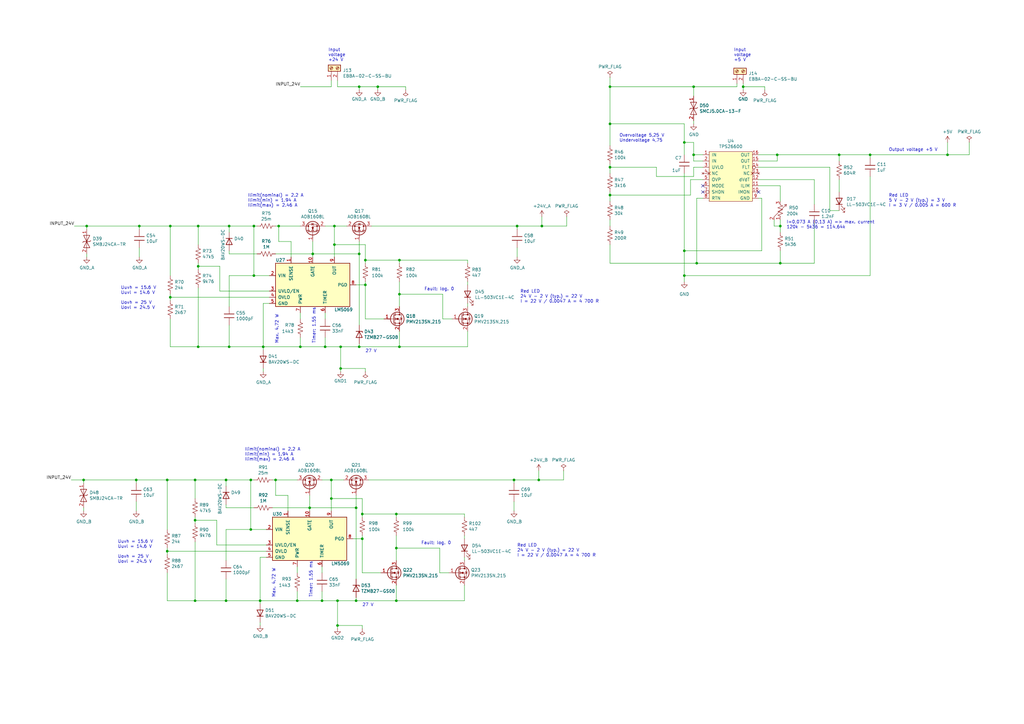
<source format=kicad_sch>
(kicad_sch (version 20230121) (generator eeschema)
  (paper "A3")
  (title_block (title "Power supply") (date "2023-07-15") (rev "v2.0") (company "Roman Labovsky (roman-labovsky.cz)"))
  (junction (at 320.04 92.71))
  (junction (at 388.62 63.5))
  (junction (at 93.98 92.71))
  (junction (at 250.19 68.58))
  (junction (at 69.85 92.71))
  (junction (at 250.19 35.56))
  (junction (at 80.01 196.85))
  (junction (at 285.75 107.95))
  (junction (at 163.83 120.65))
  (junction (at 138.43 256.54))
  (junction (at 34.29 196.85))
  (junction (at 81.28 92.71))
  (junction (at 162.56 246.38))
  (junction (at 81.28 142.24))
  (junction (at 344.17 63.5))
  (junction (at 104.14 113.03))
  (junction (at 222.25 92.71))
  (junction (at 102.87 217.17))
  (junction (at 162.56 210.82))
  (junction (at 133.35 142.24))
  (junction (at 138.43 246.38))
  (junction (at 284.48 35.56))
  (junction (at 104.14 92.71))
  (junction (at 149.86 106.68))
  (junction (at 320.04 107.95))
  (junction (at 147.32 35.56))
  (junction (at 107.95 142.24))
  (junction (at 318.77 63.5))
  (junction (at 132.08 246.38))
  (junction (at 280.67 113.03))
  (junction (at 135.89 196.85))
  (junction (at 280.67 58.42))
  (junction (at 147.32 104.14))
  (junction (at 162.56 224.79))
  (junction (at 210.82 196.85))
  (junction (at 139.7 151.13))
  (junction (at 93.98 142.24))
  (junction (at 57.15 92.71))
  (junction (at 121.92 246.38))
  (junction (at 135.89 204.47))
  (junction (at 163.83 106.68))
  (junction (at 80.01 213.36))
  (junction (at 280.67 102.87))
  (junction (at 146.05 208.28))
  (junction (at 148.59 210.82))
  (junction (at 92.71 246.38))
  (junction (at 139.7 142.24))
  (junction (at 80.01 246.38))
  (junction (at 220.98 196.85))
  (junction (at 154.94 35.56))
  (junction (at 146.05 246.38))
  (junction (at 114.3 92.71))
  (junction (at 35.56 92.71))
  (junction (at 106.68 246.38))
  (junction (at 356.87 63.5))
  (junction (at 250.19 80.01))
  (junction (at 68.58 226.06))
  (junction (at 284.48 63.5))
  (junction (at 55.88 196.85))
  (junction (at 212.09 92.71))
  (junction (at 148.59 220.98))
  (junction (at 304.8 35.56))
  (junction (at 123.19 142.24))
  (junction (at 137.16 92.71))
  (junction (at 92.71 196.85))
  (junction (at 113.03 196.85))
  (junction (at 147.32 142.24))
  (junction (at 127 208.28))
  (junction (at 81.28 109.22))
  (junction (at 149.86 116.84))
  (junction (at 128.27 104.14))
  (junction (at 250.19 50.8))
  (junction (at 69.85 121.92))
  (junction (at 102.87 196.85))
  (junction (at 163.83 142.24))
  (junction (at 68.58 196.85))
  (junction (at 137.16 100.33))
  (no_connect (at 311.15 78.74))
  (no_connect (at 288.29 76.2))
  (no_connect (at 288.29 78.74))
  (wire (pts (xy 288.29 63.5) (xy 284.48 63.5)))
  (wire (pts (xy 356.87 72.39) (xy 356.87 113.03)))
  (wire (pts (xy 106.68 246.38) (xy 106.68 228.6)))
  (wire (pts (xy 102.87 196.85) (xy 102.87 217.17)))
  (wire (pts (xy 318.77 63.5) (xy 311.15 63.5)))
  (wire (pts (xy 146.05 246.38) (xy 162.56 246.38)))
  (wire (pts (xy 109.22 217.17) (xy 102.87 217.17)))
  (wire (pts (xy 68.58 226.06) (xy 109.22 226.06)))
  (wire (pts (xy 191.77 125.73) (xy 191.77 124.46)))
  (wire (pts (xy 280.67 102.87) (xy 280.67 113.03)))
  (wire (pts (xy 149.86 130.81) (xy 157.48 130.81)))
  (wire (pts (xy 110.49 119.38) (xy 90.17 119.38)))
  (wire (pts (xy 190.5 210.82) (xy 190.5 212.09)))
  (wire (pts (xy 119.38 99.06) (xy 114.3 99.06)))
  (wire (pts (xy 149.86 152.4) (xy 149.86 151.13)))
  (wire (pts (xy 139.7 142.24) (xy 147.32 142.24)))
  (wire (pts (xy 146.05 245.11) (xy 146.05 246.38)))
  (wire (pts (xy 121.92 246.38) (xy 121.92 242.57)))
  (wire (pts (xy 280.67 50.8) (xy 280.67 58.42)))
  (wire (pts (xy 220.98 193.04) (xy 220.98 196.85)))
  (wire (pts (xy 137.16 105.41) (xy 137.16 100.33)))
  (wire (pts (xy 80.01 204.47) (xy 80.01 196.85)))
  (wire (pts (xy 320.04 102.87) (xy 320.04 107.95)))
  (wire (pts (xy 250.19 107.95) (xy 285.75 107.95)))
  (wire (pts (xy 114.3 99.06) (xy 114.3 92.71)))
  (wire (pts (xy 68.58 226.06) (xy 68.58 224.79)))
  (wire (pts (xy 81.28 100.33) (xy 81.28 92.71)))
  (wire (pts (xy 93.98 133.35) (xy 93.98 142.24)))
  (wire (pts (xy 340.36 86.36) (xy 340.36 68.58)))
  (wire (pts (xy 57.15 92.71) (xy 69.85 92.71)))
  (wire (pts (xy 162.56 210.82) (xy 190.5 210.82)))
  (wire (pts (xy 163.83 125.73) (xy 163.83 120.65)))
  (wire (pts (xy 102.87 217.17) (xy 92.71 217.17)))
  (wire (pts (xy 102.87 196.85) (xy 104.14 196.85)))
  (wire (pts (xy 127 203.2) (xy 127 208.28)))
  (wire (pts (xy 127 209.55) (xy 127 208.28)))
  (wire (pts (xy 128.27 99.06) (xy 128.27 104.14)))
  (wire (pts (xy 93.98 95.25) (xy 93.98 92.71)))
  (wire (pts (xy 35.56 93.98) (xy 35.56 92.71)))
  (wire (pts (xy 250.19 50.8) (xy 280.67 50.8)))
  (wire (pts (xy 119.38 105.41) (xy 119.38 99.06)))
  (wire (pts (xy 81.28 118.11) (xy 81.28 142.24)))
  (wire (pts (xy 190.5 229.87) (xy 190.5 228.6)))
  (wire (pts (xy 340.36 68.58) (xy 311.15 68.58)))
  (wire (pts (xy 69.85 113.03) (xy 69.85 92.71)))
  (wire (pts (xy 317.5 92.71) (xy 320.04 92.71)))
  (wire (pts (xy 210.82 198.12) (xy 210.82 196.85)))
  (wire (pts (xy 356.87 113.03) (xy 280.67 113.03)))
  (wire (pts (xy 146.05 116.84) (xy 149.86 116.84)))
  (wire (pts (xy 30.48 92.71) (xy 35.56 92.71)))
  (wire (pts (xy 104.14 92.71) (xy 104.14 113.03)))
  (wire (pts (xy 133.35 142.24) (xy 133.35 138.43)))
  (wire (pts (xy 154.94 36.83) (xy 154.94 35.56)))
  (wire (pts (xy 320.04 90.17) (xy 320.04 92.71)))
  (wire (pts (xy 163.83 106.68) (xy 191.77 106.68)))
  (wire (pts (xy 147.32 133.35) (xy 147.32 104.14)))
  (wire (pts (xy 162.56 229.87) (xy 162.56 224.79)))
  (wire (pts (xy 106.68 246.38) (xy 121.92 246.38)))
  (wire (pts (xy 285.75 107.95) (xy 320.04 107.95)))
  (wire (pts (xy 92.71 237.49) (xy 92.71 246.38)))
  (wire (pts (xy 284.48 63.5) (xy 284.48 58.42)))
  (wire (pts (xy 148.59 210.82) (xy 148.59 204.47)))
  (wire (pts (xy 311.15 81.28) (xy 312.42 81.28)))
  (wire (pts (xy 280.67 71.12) (xy 280.67 102.87)))
  (wire (pts (xy 185.42 130.81) (xy 181.61 130.81)))
  (wire (pts (xy 132.08 246.38) (xy 132.08 242.57)))
  (wire (pts (xy 55.88 196.85) (xy 68.58 196.85)))
  (wire (pts (xy 147.32 142.24) (xy 163.83 142.24)))
  (wire (pts (xy 81.28 92.71) (xy 93.98 92.71)))
  (wire (pts (xy 128.27 105.41) (xy 128.27 104.14)))
  (wire (pts (xy 147.32 35.56) (xy 147.32 36.83)))
  (wire (pts (xy 92.71 208.28) (xy 92.71 207.01)))
  (wire (pts (xy 69.85 121.92) (xy 110.49 121.92)))
  (wire (pts (xy 81.28 107.95) (xy 81.28 109.22)))
  (wire (pts (xy 139.7 152.4) (xy 139.7 151.13)))
  (wire (pts (xy 285.75 81.28) (xy 285.75 107.95)))
  (wire (pts (xy 250.19 35.56) (xy 284.48 35.56)))
  (wire (pts (xy 92.71 246.38) (xy 106.68 246.38)))
  (wire (pts (xy 311.15 76.2) (xy 320.04 76.2)))
  (wire (pts (xy 123.19 142.24) (xy 133.35 142.24)))
  (wire (pts (xy 304.8 35.56) (xy 304.8 36.83)))
  (wire (pts (xy 146.05 203.2) (xy 146.05 208.28)))
  (wire (pts (xy 284.48 68.58) (xy 288.29 68.58)))
  (wire (pts (xy 69.85 123.19) (xy 69.85 121.92)))
  (wire (pts (xy 149.86 116.84) (xy 149.86 130.81)))
  (wire (pts (xy 88.9 223.52) (xy 88.9 213.36)))
  (wire (pts (xy 107.95 143.51) (xy 107.95 142.24)))
  (wire (pts (xy 288.29 73.66) (xy 283.21 73.66)))
  (wire (pts (xy 68.58 217.17) (xy 68.58 196.85)))
  (wire (pts (xy 149.86 106.68) (xy 163.83 106.68)))
  (wire (pts (xy 162.56 246.38) (xy 190.5 246.38)))
  (wire (pts (xy 133.35 142.24) (xy 139.7 142.24)))
  (wire (pts (xy 250.19 35.56) (xy 250.19 31.75)))
  (wire (pts (xy 138.43 256.54) (xy 138.43 246.38)))
  (wire (pts (xy 162.56 224.79) (xy 162.56 219.71)))
  (wire (pts (xy 148.59 210.82) (xy 162.56 210.82)))
  (wire (pts (xy 320.04 92.71) (xy 320.04 95.25)))
  (wire (pts (xy 80.01 246.38) (xy 92.71 246.38)))
  (wire (pts (xy 144.78 220.98) (xy 148.59 220.98)))
  (wire (pts (xy 334.01 91.44) (xy 334.01 107.95)))
  (wire (pts (xy 34.29 209.55) (xy 34.29 208.28)))
  (wire (pts (xy 68.58 196.85) (xy 80.01 196.85)))
  (wire (pts (xy 127 208.28) (xy 111.76 208.28)))
  (wire (pts (xy 344.17 86.36) (xy 340.36 86.36)))
  (wire (pts (xy 80.01 222.25) (xy 80.01 246.38)))
  (wire (pts (xy 250.19 59.69) (xy 250.19 50.8)))
  (wire (pts (xy 92.71 229.87) (xy 92.71 217.17)))
  (wire (pts (xy 320.04 107.95) (xy 334.01 107.95)))
  (wire (pts (xy 55.88 198.12) (xy 55.88 196.85)))
  (wire (pts (xy 232.41 92.71) (xy 232.41 88.9)))
  (wire (pts (xy 113.03 203.2) (xy 113.03 196.85)))
  (wire (pts (xy 147.32 140.97) (xy 147.32 142.24)))
  (wire (pts (xy 317.5 90.17) (xy 317.5 92.71)))
  (wire (pts (xy 212.09 92.71) (xy 222.25 92.71)))
  (wire (pts (xy 318.77 63.5) (xy 344.17 63.5)))
  (wire (pts (xy 184.15 234.95) (xy 180.34 234.95)))
  (wire (pts (xy 133.35 92.71) (xy 137.16 92.71)))
  (wire (pts (xy 269.24 68.58) (xy 269.24 72.39)))
  (wire (pts (xy 269.24 72.39) (xy 284.48 72.39)))
  (wire (pts (xy 162.56 224.79) (xy 180.34 224.79)))
  (wire (pts (xy 118.11 203.2) (xy 113.03 203.2)))
  (wire (pts (xy 280.67 113.03) (xy 280.67 115.57)))
  (wire (pts (xy 107.95 152.4) (xy 107.95 151.13)))
  (wire (pts (xy 166.37 35.56) (xy 166.37 36.83)))
  (wire (pts (xy 121.92 234.95) (xy 121.92 232.41)))
  (wire (pts (xy 132.08 234.95) (xy 132.08 232.41)))
  (wire (pts (xy 222.25 92.71) (xy 232.41 92.71)))
  (wire (pts (xy 163.83 120.65) (xy 181.61 120.65)))
  (wire (pts (xy 104.14 113.03) (xy 110.49 113.03)))
  (wire (pts (xy 81.28 142.24) (xy 93.98 142.24)))
  (wire (pts (xy 250.19 80.01) (xy 250.19 82.55)))
  (wire (pts (xy 137.16 100.33) (xy 149.86 100.33)))
  (wire (pts (xy 151.13 196.85) (xy 210.82 196.85)))
  (wire (pts (xy 149.86 106.68) (xy 149.86 100.33)))
  (wire (pts (xy 138.43 33.02) (xy 138.43 35.56)))
  (wire (pts (xy 69.85 92.71) (xy 81.28 92.71)))
  (wire (pts (xy 104.14 208.28) (xy 92.71 208.28)))
  (wire (pts (xy 312.42 81.28) (xy 312.42 102.87)))
  (wire (pts (xy 111.76 196.85) (xy 113.03 196.85)))
  (wire (pts (xy 163.83 135.89) (xy 163.83 142.24)))
  (wire (pts (xy 114.3 92.71) (xy 123.19 92.71)))
  (wire (pts (xy 92.71 199.39) (xy 92.71 196.85)))
  (wire (pts (xy 132.08 246.38) (xy 138.43 246.38)))
  (wire (pts (xy 128.27 104.14) (xy 147.32 104.14)))
  (wire (pts (xy 147.32 99.06) (xy 147.32 104.14)))
  (wire (pts (xy 104.14 92.71) (xy 105.41 92.71)))
  (wire (pts (xy 288.29 81.28) (xy 285.75 81.28)))
  (wire (pts (xy 250.19 68.58) (xy 269.24 68.58)))
  (wire (pts (xy 284.48 72.39) (xy 284.48 68.58)))
  (wire (pts (xy 148.59 256.54) (xy 138.43 256.54)))
  (wire (pts (xy 135.89 204.47) (xy 148.59 204.47)))
  (wire (pts (xy 80.01 213.36) (xy 80.01 214.63)))
  (wire (pts (xy 397.51 63.5) (xy 397.51 58.42)))
  (wire (pts (xy 280.67 58.42) (xy 280.67 63.5)))
  (wire (pts (xy 148.59 219.71) (xy 148.59 220.98)))
  (wire (pts (xy 284.48 66.04) (xy 284.48 63.5)))
  (wire (pts (xy 35.56 92.71) (xy 57.15 92.71)))
  (wire (pts (xy 118.11 209.55) (xy 118.11 203.2)))
  (wire (pts (xy 388.62 63.5) (xy 388.62 58.42)))
  (wire (pts (xy 250.19 80.01) (xy 283.21 80.01)))
  (wire (pts (xy 102.87 196.85) (xy 92.71 196.85)))
  (wire (pts (xy 212.09 105.41) (xy 212.09 101.6)))
  (wire (pts (xy 137.16 92.71) (xy 142.24 92.71)))
  (wire (pts (xy 149.86 151.13) (xy 139.7 151.13)))
  (wire (pts (xy 105.41 104.14) (xy 93.98 104.14)))
  (wire (pts (xy 81.28 109.22) (xy 81.28 110.49)))
  (wire (pts (xy 191.77 116.84) (xy 191.77 115.57)))
  (wire (pts (xy 163.83 107.95) (xy 163.83 106.68)))
  (wire (pts (xy 146.05 237.49) (xy 146.05 208.28)))
  (wire (pts (xy 210.82 196.85) (xy 220.98 196.85)))
  (wire (pts (xy 318.77 63.5) (xy 318.77 66.04)))
  (wire (pts (xy 334.01 73.66) (xy 334.01 83.82)))
  (wire (pts (xy 162.56 240.03) (xy 162.56 246.38)))
  (wire (pts (xy 104.14 92.71) (xy 93.98 92.71)))
  (wire (pts (xy 123.19 35.56) (xy 135.89 35.56)))
  (wire (pts (xy 250.19 90.17) (xy 250.19 92.71)))
  (wire (pts (xy 123.19 142.24) (xy 123.19 138.43)))
  (wire (pts (xy 80.01 212.09) (xy 80.01 213.36)))
  (wire (pts (xy 284.48 58.42) (xy 280.67 58.42)))
  (wire (pts (xy 68.58 227.33) (xy 68.58 226.06)))
  (wire (pts (xy 135.89 33.02) (xy 135.89 35.56)))
  (wire (pts (xy 191.77 106.68) (xy 191.77 107.95)))
  (wire (pts (xy 132.08 196.85) (xy 135.89 196.85)))
  (wire (pts (xy 106.68 228.6) (xy 109.22 228.6)))
  (wire (pts (xy 128.27 104.14) (xy 113.03 104.14)))
  (wire (pts (xy 190.5 246.38) (xy 190.5 240.03)))
  (wire (pts (xy 93.98 104.14) (xy 93.98 102.87)))
  (wire (pts (xy 311.15 73.66) (xy 334.01 73.66)))
  (wire (pts (xy 135.89 209.55) (xy 135.89 204.47)))
  (wire (pts (xy 220.98 196.85) (xy 231.14 196.85)))
  (wire (pts (xy 149.86 115.57) (xy 149.86 116.84)))
  (wire (pts (xy 34.29 198.12) (xy 34.29 196.85)))
  (wire (pts (xy 162.56 212.09) (xy 162.56 210.82)))
  (wire (pts (xy 147.32 35.56) (xy 154.94 35.56)))
  (wire (pts (xy 123.19 130.81) (xy 123.19 128.27)))
  (wire (pts (xy 113.03 196.85) (xy 121.92 196.85)))
  (wire (pts (xy 181.61 120.65) (xy 181.61 130.81)))
  (wire (pts (xy 69.85 142.24) (xy 81.28 142.24)))
  (wire (pts (xy 148.59 210.82) (xy 148.59 212.09)))
  (wire (pts (xy 106.68 256.54) (xy 106.68 255.27)))
  (wire (pts (xy 88.9 213.36) (xy 80.01 213.36)))
  (wire (pts (xy 148.59 257.81) (xy 148.59 256.54)))
  (wire (pts (xy 250.19 107.95) (xy 250.19 100.33)))
  (wire (pts (xy 304.8 34.29) (xy 304.8 35.56)))
  (wire (pts (xy 68.58 234.95) (xy 68.58 246.38)))
  (wire (pts (xy 284.48 35.56) (xy 302.26 35.56)))
  (wire (pts (xy 148.59 220.98) (xy 148.59 234.95)))
  (wire (pts (xy 107.95 124.46) (xy 110.49 124.46)))
  (wire (pts (xy 149.86 106.68) (xy 149.86 107.95)))
  (wire (pts (xy 148.59 234.95) (xy 156.21 234.95)))
  (wire (pts (xy 284.48 50.8) (xy 284.48 49.53)))
  (wire (pts (xy 190.5 220.98) (xy 190.5 219.71)))
  (wire (pts (xy 250.19 78.74) (xy 250.19 80.01)))
  (wire (pts (xy 104.14 113.03) (xy 93.98 113.03)))
  (wire (pts (xy 231.14 196.85) (xy 231.14 193.04)))
  (wire (pts (xy 344.17 63.5) (xy 356.87 63.5)))
  (wire (pts (xy 283.21 73.66) (xy 283.21 80.01)))
  (wire (pts (xy 313.69 35.56) (xy 313.69 36.83)))
  (wire (pts (xy 163.83 142.24) (xy 191.77 142.24)))
  (wire (pts (xy 288.29 66.04) (xy 284.48 66.04)))
  (wire (pts (xy 121.92 246.38) (xy 132.08 246.38)))
  (wire (pts (xy 113.03 92.71) (xy 114.3 92.71)))
  (wire (pts (xy 311.15 66.04) (xy 318.77 66.04)))
  (wire (pts (xy 107.95 142.24) (xy 107.95 124.46)))
  (wire (pts (xy 93.98 142.24) (xy 107.95 142.24)))
  (wire (pts (xy 138.43 257.81) (xy 138.43 256.54)))
  (wire (pts (xy 135.89 196.85) (xy 140.97 196.85)))
  (wire (pts (xy 320.04 76.2) (xy 320.04 82.55)))
  (wire (pts (xy 250.19 67.31) (xy 250.19 68.58)))
  (wire (pts (xy 68.58 246.38) (xy 80.01 246.38)))
  (wire (pts (xy 69.85 121.92) (xy 69.85 120.65)))
  (wire (pts (xy 191.77 142.24) (xy 191.77 135.89)))
  (wire (pts (xy 80.01 196.85) (xy 92.71 196.85)))
  (wire (pts (xy 133.35 130.81) (xy 133.35 128.27)))
  (wire (pts (xy 57.15 105.41) (xy 57.15 101.6)))
  (wire (pts (xy 127 208.28) (xy 146.05 208.28)))
  (wire (pts (xy 152.4 92.71) (xy 212.09 92.71)))
  (wire (pts (xy 222.25 88.9) (xy 222.25 92.71)))
  (wire (pts (xy 138.43 35.56) (xy 147.32 35.56)))
  (wire (pts (xy 35.56 105.41) (xy 35.56 104.14)))
  (wire (pts (xy 57.15 93.98) (xy 57.15 92.71)))
  (wire (pts (xy 344.17 66.04) (xy 344.17 63.5)))
  (wire (pts (xy 302.26 34.29) (xy 302.26 35.56)))
  (wire (pts (xy 109.22 223.52) (xy 88.9 223.52)))
  (wire (pts (xy 34.29 196.85) (xy 55.88 196.85)))
  (wire (pts (xy 29.21 196.85) (xy 34.29 196.85)))
  (wire (pts (xy 107.95 142.24) (xy 123.19 142.24)))
  (wire (pts (xy 138.43 246.38) (xy 146.05 246.38)))
  (wire (pts (xy 304.8 35.56) (xy 313.69 35.56)))
  (wire (pts (xy 180.34 224.79) (xy 180.34 234.95)))
  (wire (pts (xy 356.87 63.5) (xy 388.62 63.5)))
  (wire (pts (xy 344.17 73.66) (xy 344.17 78.74)))
  (wire (pts (xy 312.42 102.87) (xy 280.67 102.87)))
  (wire (pts (xy 135.89 204.47) (xy 135.89 196.85)))
  (wire (pts (xy 154.94 35.56) (xy 166.37 35.56)))
  (wire (pts (xy 284.48 39.37) (xy 284.48 35.56)))
  (wire (pts (xy 106.68 247.65) (xy 106.68 246.38)))
  (wire (pts (xy 212.09 93.98) (xy 212.09 92.71)))
  (wire (pts (xy 139.7 151.13) (xy 139.7 142.24)))
  (wire (pts (xy 90.17 109.22) (xy 81.28 109.22)))
  (wire (pts (xy 163.83 120.65) (xy 163.83 115.57)))
  (wire (pts (xy 250.19 50.8) (xy 250.19 35.56)))
  (wire (pts (xy 388.62 63.5) (xy 397.51 63.5)))
  (wire (pts (xy 137.16 100.33) (xy 137.16 92.71)))
  (wire (pts (xy 93.98 125.73) (xy 93.98 113.03)))
  (wire (pts (xy 55.88 209.55) (xy 55.88 205.74)))
  (wire (pts (xy 69.85 130.81) (xy 69.85 142.24)))
  (wire (pts (xy 90.17 119.38) (xy 90.17 109.22)))
  (wire (pts (xy 356.87 63.5) (xy 356.87 64.77)))
  (wire (pts (xy 210.82 209.55) (xy 210.82 205.74)))
  (wire (pts (xy 250.19 68.58) (xy 250.19 71.12)))
  (text "Fault: log. 0" (at 173.99 119.38 0) (effects (font (size 1.27 1.27)) (justify left bottom)))
  (text "Fault: log. 0" (at 172.72 223.52 0) (effects (font (size 1.27 1.27)) (justify left bottom)))
  (text "Uuvh = 15.6 V\nUuvl = 14.6 V\n\nUovh = 25 V\nUovl = 24.5 V" (at 48.26 231.14 0) (effects (font (size 1.27 1.27)) (justify left bottom)))
  (text "Overvoltage 5,25 V\nUndervoltage 4,75" (at 254 58.42 0) (effects (font (size 1.27 1.27)) (justify left bottom)))
  (text "Input\nvoltage \n+5 V" (at 300.99 25.4 0) (effects (font (size 1.27 1.27)) (justify left bottom)))
  (text "Timer: 1.55 ms" (at 129.54 140.97 90) (effects (font (size 1.27 1.27)) (justify left bottom)))
  (text "Input\nvoltage \n+24 V" (at 134.62 25.4 0) (effects (font (size 1.27 1.27)) (justify left bottom)))
  (text "Max. 4.72 W" (at 114.3 140.97 90) (effects (font (size 1.27 1.27)) (justify left bottom)))
  (text "Output voltage +5 V" (at 364.49 62.23 0) (effects (font (size 1.27 1.27)) (justify left bottom)))
  (text "Uuvh = 15.6 V\nUuvl = 14.6 V\n\nUovh = 25 V\nUovl = 24.5 V" (at 49.53 127 0) (effects (font (size 1.27 1.27)) (justify left bottom)))
  (text "Red LED\n5 V - 2 V (typ.) = 3 V\nI = 3 V / 0.005 A = 600 R\n" (at 364.49 85.09 0) (effects (font (size 1.27 1.27)) (justify left bottom)))
  (text "I=0,073 A (0,13 A) => max. current\n120k - 5k36 = 114,64k" (at 322.58 93.98 0) (effects (font (size 1.27 1.27)) (justify left bottom)))
  (text "27 V" (at 148.59 248.92 0) (effects (font (size 1.27 1.27)) (justify left bottom)))
  (text "Red LED\n24 V - 2 V (typ.) = 22 V\nI = 22 V / 0.0047 A = 4 700 R\n" (at 212.09 228.6 0) (effects (font (size 1.27 1.27)) (justify left bottom)))
  (text "Ilimit(nominal) = 2.2 A\nIlimit(min) = 1.94 A\nIlimit(max) = 2.46 A" (at 100.33 189.23 0) (effects (font (size 1.27 1.27)) (justify left bottom)))
  (text "Red LED\n24 V - 2 V (typ.) = 22 V\nI = 22 V / 0.0047 A = 4 700 R\n" (at 213.36 124.46 0) (effects (font (size 1.27 1.27)) (justify left bottom)))
  (text "27 V" (at 149.86 144.78 0) (effects (font (size 1.27 1.27)) (justify left bottom)))
  (text "Timer: 1.55 ms" (at 128.27 245.11 90) (effects (font (size 1.27 1.27)) (justify left bottom)))
  (text "Ilimit(nominal) = 2.2 A\nIlimit(min) = 1.94 A\nIlimit(max) = 2.46 A" (at 101.6 85.09 0) (effects (font (size 1.27 1.27)) (justify left bottom)))
  (text "Max. 4.72 W" (at 113.03 245.11 90) (effects (font (size 1.27 1.27)) (justify left bottom)))
  (label "INPUT_24V" (at 30.48 92.71 180))
  (label "INPUT_24V" (at 123.19 35.56 180))
  (label "INPUT_24V" (at 29.21 196.85 180))
  (symbol (lib_id "power_management_rl:LM5069") (at 128.27 116.84 0) (unit 1)
    (property "Reference" "U27" (at 113.03 106.68 0) (effects (justify left)))
    (property "Value" "LM5069" (at 137.16 127 0) (effects (justify left)))
    (property "Footprint" "package_vssop_rl:vssop_10" (effects hide))
    (property "Datasheet" "https://www.ti.com/lit/ds/symlink/lm5069.pdf?ts=1659343821266&ref_url=https%253A%252F%252Fwww.google.it%252F" (effects hide))
    (instances (project "zone-controller" (path "" (reference "U27") (unit 1)) (path "" (reference "U?") (unit 1))))
  )
  (symbol (lib_id "diode_rl:bidir_transil") (at 35.56 100.33 0) (unit 1)
    (property "Reference" "D39" (at 37.9476 97.8916 0) (effects (justify left)))
    (property "Value" "SMBJ24CA-TR" (at 37.9476 100.203 0) (effects (justify left)))
    (property "Footprint" "diode_smd_rl:smb" (effects hide))
    (instances (project "zone-controller" (path "" (reference "D39") (unit 1)) (path "" (reference "D?") (unit 1))))
  )
  (symbol (lib_id "power_rl:GND_A") (at 35.56 105.41 0) (unit 1)
    (property "Reference" "#PWR0382" (effects hide))
    (property "Value" "GND_A" (at 35.687 109.8042 0))
    (instances (project "zone-controller" (path "" (reference "#PWR0382") (unit 1)) (path "" (reference "#PWR?") (unit 1))))
  )
  (symbol (lib_id "connector_rl:1x2_screw_term_block") (at 137.16 27.94 90) (unit 1)
    (property "Reference" "J13" (at 140.6652 28.8544 90) (effects (justify right)))
    (property "Value" "EBBA-02-C-SS-BU" (at 140.6652 31.1658 90) (effects (justify right)))
    (property "Footprint" "terminal_block_tht_rl:EBBA-02-C-SS-BU" (effects hide))
    (instances (project "zone-controller" (path "" (reference "J13") (unit 1)) (path "" (reference "J?") (unit 1))))
  )
  (symbol (lib_id "power_rl:PWR_FLAG") (at 166.37 36.83 180) (unit 1)
    (property "Reference" "#FLG0102" (effects hide))
    (property "Value" "PWR_FLAG" (at 166.37 41.2242 0))
    (instances (project "zone-controller" (path "" (reference "#FLG0102") (unit 1)) (path "" (reference "#FLG?") (unit 1))))
  )
  (symbol (lib_id "power_rl:GND_A") (at 147.32 36.83 0) (unit 1)
    (property "Reference" "#PWR0383" (effects hide))
    (property "Value" "GND_A" (at 147.32 40.64 0))
    (instances (project "zone-controller" (path "" (reference "#PWR0383") (unit 1)) (path "" (reference "#PWR?") (unit 1))))
  )
  (symbol (lib_id "passive_component_rl:resistor_us") (at 81.28 104.14 270) (unit 1)
    (property "Reference" "R73" (at 83.0072 102.9716 90) (effects (justify left)))
    (property "Value" "47k5" (at 83.0072 105.283 90) (effects (justify left)))
    (property "Footprint" "resistor_smd_rl:r_1206" (effects hide))
    (instances (project "zone-controller" (path "" (reference "R73") (unit 1)) (path "" (reference "R?") (unit 1))))
  )
  (symbol (lib_id "passive_component_rl:resistor_us") (at 69.85 116.84 270) (unit 1)
    (property "Reference" "R70" (at 71.5772 115.6716 90) (effects (justify left)))
    (property "Value" "24k" (at 71.5772 117.983 90) (effects (justify left)))
    (property "Footprint" "resistor_smd_rl:r_1206" (effects hide))
    (instances (project "zone-controller" (path "" (reference "R70") (unit 1)) (path "" (reference "R?") (unit 1))))
  )
  (symbol (lib_id "passive_component_rl:resistor_us") (at 81.28 114.3 270) (unit 1)
    (property "Reference" "R74" (at 83.0072 113.1316 90) (effects (justify left)))
    (property "Value" "9k76" (at 83.0072 115.443 90) (effects (justify left)))
    (property "Footprint" "resistor_smd_rl:r_1206" (effects hide))
    (instances (project "zone-controller" (path "" (reference "R74") (unit 1)) (path "" (reference "R?") (unit 1))))
  )
  (symbol (lib_id "passive_component_rl:resistor_us") (at 123.19 134.62 270) (unit 1)
    (property "Reference" "R78" (at 116.84 133.35 90) (effects (justify left)))
    (property "Value" "14k3" (at 115.57 135.89 90) (effects (justify left)))
    (property "Footprint" "resistor_smd_rl:r_1206" (effects hide))
    (instances (project "zone-controller" (path "" (reference "R78") (unit 1)) (path "" (reference "R?") (unit 1))))
  )
  (symbol (lib_id "passive_component_rl:capacitor") (at 133.35 134.62 270) (unit 1)
    (property "Reference" "C56" (at 136.144 133.4516 90) (effects (justify left)))
    (property "Value" "33nF" (at 136.144 135.763 90) (effects (justify left)))
    (property "Footprint" "capacitor_smd_rl:c_1206" (effects hide))
    (instances (project "zone-controller" (path "" (reference "C56") (unit 1)) (path "" (reference "C?") (unit 1))))
  )
  (symbol (lib_id "diode_rl:rectifier_diode") (at 107.95 147.32 90) (unit 1)
    (property "Reference" "D41" (at 109.982 146.1516 90) (effects (justify right)))
    (property "Value" "BAV20WS-DC" (at 109.982 148.463 90) (effects (justify right)))
    (property "Footprint" "package_sod_rl:sod_323" (effects hide))
    (instances (project "zone-controller" (path "" (reference "D41") (unit 1)) (path "" (reference "D?") (unit 1))))
  )
  (symbol (lib_id "power_rl:GND_A") (at 107.95 152.4 0) (unit 1)
    (property "Reference" "#PWR0384" (effects hide))
    (property "Value" "GND_A" (at 108.077 156.7942 0))
    (instances (project "zone-controller" (path "" (reference "#PWR0384") (unit 1)) (path "" (reference "#PWR?") (unit 1))))
  )
  (symbol (lib_id "passive_component_rl:resistor_us") (at 109.22 92.71 180) (unit 1)
    (property "Reference" "R75" (at 109.22 87.503 0))
    (property "Value" "25m" (at 109.22 89.8144 0))
    (property "Footprint" "resistor_smd_rl:r_1206" (effects hide))
    (instances (project "zone-controller" (path "" (reference "R75") (unit 1)) (path "" (reference "R?") (unit 1))))
  )
  (symbol (lib_id "passive_component_rl:resistor_us") (at 109.22 104.14 180) (unit 1)
    (property "Reference" "R76" (at 109.22 98.933 0))
    (property "Value" "1M" (at 109.22 101.2444 0))
    (property "Footprint" "resistor_smd_rl:r_1206" (effects hide))
    (instances (project "zone-controller" (path "" (reference "R76") (unit 1)) (path "" (reference "R?") (unit 1))))
  )
  (symbol (lib_id "diode_rl:rectifier_diode") (at 93.98 99.06 270) (unit 1)
    (property "Reference" "D40" (at 96.012 97.8916 90) (effects (justify left)))
    (property "Value" "BAV20WS-DC" (at 91.44 93.98 0) (effects (justify left)))
    (property "Footprint" "package_sod_rl:sod_323" (effects hide))
    (instances (project "zone-controller" (path "" (reference "D40") (unit 1)) (path "" (reference "D?") (unit 1))))
  )
  (symbol (lib_id "passive_component_rl:capacitor") (at 93.98 129.54 90) (unit 1)
    (property "Reference" "C55" (at 96.774 128.3716 90) (effects (justify right)))
    (property "Value" "1000pF" (at 96.774 130.683 90) (effects (justify right)))
    (property "Footprint" "capacitor_smd_rl:c_1206" (effects hide))
    (instances (project "zone-controller" (path "" (reference "C55") (unit 1)) (path "" (reference "C?") (unit 1))))
  )
  (symbol (lib_id "passive_component_rl:resistor_us") (at 191.77 111.76 270) (unit 1)
    (property "Reference" "R83" (at 193.4972 110.5916 90) (effects (justify left)))
    (property "Value" "4k7" (at 193.4972 112.903 90) (effects (justify left)))
    (property "Footprint" "resistor_smd_rl:r_1206" (effects hide))
    (instances (project "zone-controller" (path "" (reference "R83") (unit 1)) (path "" (reference "R?") (unit 1))))
  )
  (symbol (lib_id "diode_rl:LED") (at 191.77 120.65 90) (unit 1)
    (property "Reference" "D45" (at 194.7672 119.6594 90) (effects (justify right)))
    (property "Value" "LL-503VC1E-4C" (at 194.7672 121.9708 90) (effects (justify right)))
    (property "Footprint" "led_tht_rl:led_d5mm_2.54mm" (effects hide))
    (instances (project "zone-controller" (path "" (reference "D45") (unit 1)) (path "" (reference "D?") (unit 1))))
  )
  (symbol (lib_id "passive_component_rl:resistor_us") (at 149.86 111.76 270) (unit 1)
    (property "Reference" "R81" (at 152.4 110.49 90) (effects (justify left)))
    (property "Value" "100k" (at 152.4 113.03 90) (effects (justify left)))
    (property "Footprint" "resistor_smd_rl:r_1206" (effects hide))
    (instances (project "zone-controller" (path "" (reference "R81") (unit 1)) (path "" (reference "R?") (unit 1))))
  )
  (symbol (lib_id "unipolar_transistor_rl:n_mosfet_gsd") (at 163.83 130.81 0) (unit 1)
    (property "Reference" "Q18" (at 166.497 129.6416 0) (effects (justify left)))
    (property "Value" "PMV213SN,215" (at 166.497 131.953 0) (effects (justify left)))
    (property "Footprint" "package_sot_rl:sot_23" (effects hide))
    (instances (project "zone-controller" (path "" (reference "Q18") (unit 1)) (path "" (reference "Q?") (unit 1))))
  )
  (symbol (lib_id "unipolar_transistor_rl:n_mosfet_gsd") (at 191.77 130.81 0) (unit 1)
    (property "Reference" "Q19" (at 194.437 129.6416 0) (effects (justify left)))
    (property "Value" "PMV213SN,215" (at 194.437 131.953 0) (effects (justify left)))
    (property "Footprint" "package_sot_rl:sot_23" (effects hide))
    (instances (project "zone-controller" (path "" (reference "Q19") (unit 1)) (path "" (reference "Q?") (unit 1))))
  )
  (symbol (lib_id "passive_component_rl:resistor_us") (at 163.83 111.76 270) (unit 1)
    (property "Reference" "R82" (at 166.37 110.49 90) (effects (justify left)))
    (property "Value" "100k" (at 166.37 113.03 90) (effects (justify left)))
    (property "Footprint" "resistor_smd_rl:r_1206" (effects hide))
    (instances (project "zone-controller" (path "" (reference "R82") (unit 1)) (path "" (reference "R?") (unit 1))))
  )
  (symbol (lib_id "passive_component_rl:capacitor") (at 57.15 97.79 270) (unit 1)
    (property "Reference" "C54" (at 59.944 96.6216 90) (effects (justify left)))
    (property "Value" "10uF" (at 59.944 98.933 90) (effects (justify left)))
    (property "Footprint" "capacitor_smd_rl:c_1206" (effects hide))
    (instances (project "zone-controller" (path "" (reference "C54") (unit 1)) (path "" (reference "C?") (unit 1))))
  )
  (symbol (lib_id "power_rl:GND_A") (at 57.15 105.41 0) (unit 1)
    (property "Reference" "#PWR0385" (effects hide))
    (property "Value" "GND_A" (at 57.277 109.8042 0))
    (instances (project "zone-controller" (path "" (reference "#PWR0385") (unit 1)) (path "" (reference "#PWR?") (unit 1))))
  )
  (symbol (lib_id "passive_component_rl:capacitor") (at 212.09 97.79 270) (unit 1)
    (property "Reference" "C58" (at 214.884 96.6216 90) (effects (justify left)))
    (property "Value" "10uF" (at 214.884 98.933 90) (effects (justify left)))
    (property "Footprint" "capacitor_smd_rl:c_1206" (effects hide))
    (instances (project "zone-controller" (path "" (reference "C58") (unit 1)) (path "" (reference "C?") (unit 1))))
  )
  (symbol (lib_id "power_rl:GND_A") (at 212.09 105.41 0) (unit 1)
    (property "Reference" "#PWR0386" (effects hide))
    (property "Value" "GND_A" (at 212.217 109.8042 0))
    (instances (project "zone-controller" (path "" (reference "#PWR0386") (unit 1)) (path "" (reference "#PWR?") (unit 1))))
  )
  (symbol (lib_id "diode_rl:zener_diode") (at 147.32 137.16 270) (unit 1)
    (property "Reference" "D43" (at 149.352 135.9916 90) (effects (justify left)))
    (property "Value" "TZMB27-GS08" (at 149.352 138.303 90) (effects (justify left)))
    (property "Footprint" "package_sod_rl:minimelf_sod_80" (effects hide))
    (instances (project "zone-controller" (path "" (reference "D43") (unit 1)) (path "" (reference "D?") (unit 1))))
  )
  (symbol (lib_id "power_rl:PWR_FLAG") (at 232.41 88.9 0) (unit 1)
    (property "Reference" "#FLG0103" (effects hide))
    (property "Value" "PWR_FLAG" (at 232.41 84.5058 0))
    (instances (project "zone-controller" (path "" (reference "#FLG0103") (unit 1)) (path "" (reference "#FLG?") (unit 1))))
  )
  (symbol (lib_id "power_rl:+24V_A") (at 222.25 88.9 0) (unit 1)
    (property "Reference" "#PWR0387" (effects hide))
    (property "Value" "+24V_A" (at 222.25 84.5058 0))
    (instances (project "zone-controller" (path "" (reference "#PWR0387") (unit 1)) (path "" (reference "#PWR?") (unit 1))))
  )
  (symbol (lib_id "passive_component_rl:resistor_us") (at 69.85 127 270) (unit 1)
    (property "Reference" "R71" (at 71.5772 125.8316 90) (effects (justify left)))
    (property "Value" "2k67" (at 71.5772 128.143 90) (effects (justify left)))
    (property "Footprint" "resistor_smd_rl:r_1206" (effects hide))
    (instances (project "zone-controller" (path "" (reference "R71") (unit 1)) (path "" (reference "R?") (unit 1))))
  )
  (symbol (lib_id "unipolar_transistor_rl:n_mosfet_gsd") (at 128.27 92.71 90) (unit 1)
    (property "Reference" "Q15" (at 128.27 86.5632 90))
    (property "Value" "AOB1608L" (at 128.27 88.8746 90))
    (property "Footprint" "package_to_rl:to_263_2" (effects hide))
    (instances (project "zone-controller" (path "" (reference "Q15") (unit 1)) (path "" (reference "Q?") (unit 1))))
  )
  (symbol (lib_id "unipolar_transistor_rl:n_mosfet_gsd") (at 147.32 92.71 270) (mirror x) (unit 1)
    (property "Reference" "Q17" (at 147.32 86.5632 90))
    (property "Value" "AOB1608L" (at 147.32 88.8746 90))
    (property "Footprint" "package_to_rl:to_263_2" (effects hide))
    (instances (project "zone-controller" (path "" (reference "Q17") (unit 1)) (path "" (reference "Q?") (unit 1))))
  )
  (symbol (lib_id "power_management_rl:LM5069") (at 127 220.98 0) (unit 1)
    (property "Reference" "U30" (at 111.76 210.82 0) (effects (justify left)))
    (property "Value" "LM5069" (at 135.89 231.14 0) (effects (justify left)))
    (property "Footprint" "package_vssop_rl:vssop_10" (effects hide))
    (property "Datasheet" "https://www.ti.com/lit/ds/symlink/lm5069.pdf?ts=1659343821266&ref_url=https%253A%252F%252Fwww.google.it%252F" (effects hide))
    (instances (project "zone-controller" (path "" (reference "U30") (unit 1)) (path "" (reference "U?") (unit 1))))
  )
  (symbol (lib_id "diode_rl:bidir_transil") (at 34.29 204.47 0) (unit 1)
    (property "Reference" "D48" (at 36.6776 202.0316 0) (effects (justify left)))
    (property "Value" "SMBJ24CA-TR" (at 36.6776 204.343 0) (effects (justify left)))
    (property "Footprint" "diode_smd_rl:smb" (effects hide))
    (instances (project "zone-controller" (path "" (reference "D48") (unit 1)) (path "" (reference "D?") (unit 1))))
  )
  (symbol (lib_id "power_rl:GND_B") (at 34.29 209.55 0) (unit 1)
    (property "Reference" "#PWR0388" (effects hide))
    (property "Value" "GND_B" (at 34.417 213.9442 0))
    (instances (project "zone-controller" (path "" (reference "#PWR0388") (unit 1)) (path "" (reference "#PWR?") (unit 1))))
  )
  (symbol (lib_id "passive_component_rl:resistor_us") (at 80.01 208.28 270) (unit 1)
    (property "Reference" "R89" (at 81.7372 207.1116 90) (effects (justify left)))
    (property "Value" "47k5" (at 81.7372 209.423 90) (effects (justify left)))
    (property "Footprint" "resistor_smd_rl:r_1206" (effects hide))
    (instances (project "zone-controller" (path "" (reference "R89") (unit 1)) (path "" (reference "R?") (unit 1))))
  )
  (symbol (lib_id "passive_component_rl:resistor_us") (at 68.58 220.98 270) (unit 1)
    (property "Reference" "R87" (at 70.3072 219.8116 90) (effects (justify left)))
    (property "Value" "24k" (at 70.3072 222.123 90) (effects (justify left)))
    (property "Footprint" "resistor_smd_rl:r_1206" (effects hide))
    (instances (project "zone-controller" (path "" (reference "R87") (unit 1)) (path "" (reference "R?") (unit 1))))
  )
  (symbol (lib_id "passive_component_rl:resistor_us") (at 80.01 218.44 270) (unit 1)
    (property "Reference" "R90" (at 81.7372 217.2716 90) (effects (justify left)))
    (property "Value" "9k76" (at 81.7372 219.583 90) (effects (justify left)))
    (property "Footprint" "resistor_smd_rl:r_1206" (effects hide))
    (instances (project "zone-controller" (path "" (reference "R90") (unit 1)) (path "" (reference "R?") (unit 1))))
  )
  (symbol (lib_id "passive_component_rl:resistor_us") (at 121.92 238.76 270) (unit 1)
    (property "Reference" "R93" (at 115.57 237.49 90) (effects (justify left)))
    (property "Value" "14k3" (at 114.3 240.03 90) (effects (justify left)))
    (property "Footprint" "resistor_smd_rl:r_1206" (effects hide))
    (instances (project "zone-controller" (path "" (reference "R93") (unit 1)) (path "" (reference "R?") (unit 1))))
  )
  (symbol (lib_id "passive_component_rl:capacitor") (at 132.08 238.76 270) (unit 1)
    (property "Reference" "C65" (at 134.874 237.5916 90) (effects (justify left)))
    (property "Value" "33nF" (at 134.874 239.903 90) (effects (justify left)))
    (property "Footprint" "capacitor_smd_rl:c_1206" (effects hide))
    (instances (project "zone-controller" (path "" (reference "C65") (unit 1)) (path "" (reference "C?") (unit 1))))
  )
  (symbol (lib_id "diode_rl:rectifier_diode") (at 106.68 251.46 90) (unit 1)
    (property "Reference" "D51" (at 108.712 250.2916 90) (effects (justify right)))
    (property "Value" "BAV20WS-DC" (at 108.712 252.603 90) (effects (justify right)))
    (property "Footprint" "package_sod_rl:sod_323" (effects hide))
    (instances (project "zone-controller" (path "" (reference "D51") (unit 1)) (path "" (reference "D?") (unit 1))))
  )
  (symbol (lib_id "power_rl:GND_B") (at 106.68 256.54 0) (unit 1)
    (property "Reference" "#PWR0389" (effects hide))
    (property "Value" "GND_B" (at 106.807 260.9342 0))
    (instances (project "zone-controller" (path "" (reference "#PWR0389") (unit 1)) (path "" (reference "#PWR?") (unit 1))))
  )
  (symbol (lib_id "passive_component_rl:resistor_us") (at 107.95 196.85 180) (unit 1)
    (property "Reference" "R91" (at 107.95 191.643 0))
    (property "Value" "25m" (at 107.95 193.9544 0))
    (property "Footprint" "resistor_smd_rl:r_1206" (effects hide))
    (instances (project "zone-controller" (path "" (reference "R91") (unit 1)) (path "" (reference "R?") (unit 1))))
  )
  (symbol (lib_id "passive_component_rl:resistor_us") (at 107.95 208.28 180) (unit 1)
    (property "Reference" "R92" (at 107.95 203.073 0))
    (property "Value" "1M" (at 107.95 205.3844 0))
    (property "Footprint" "resistor_smd_rl:r_1206" (effects hide))
    (instances (project "zone-controller" (path "" (reference "R92") (unit 1)) (path "" (reference "R?") (unit 1))))
  )
  (symbol (lib_id "diode_rl:rectifier_diode") (at 92.71 203.2 270) (unit 1)
    (property "Reference" "D49" (at 94.742 202.0316 90) (effects (justify left)))
    (property "Value" "BAV20WS-DC" (at 90.17 198.12 0) (effects (justify left)))
    (property "Footprint" "package_sod_rl:sod_323" (effects hide))
    (instances (project "zone-controller" (path "" (reference "D49") (unit 1)) (path "" (reference "D?") (unit 1))))
  )
  (symbol (lib_id "passive_component_rl:capacitor") (at 92.71 233.68 90) (unit 1)
    (property "Reference" "C64" (at 95.504 232.5116 90) (effects (justify right)))
    (property "Value" "1000pF" (at 95.504 234.823 90) (effects (justify right)))
    (property "Footprint" "capacitor_smd_rl:c_1206" (effects hide))
    (instances (project "zone-controller" (path "" (reference "C64") (unit 1)) (path "" (reference "C?") (unit 1))))
  )
  (symbol (lib_id "passive_component_rl:resistor_us") (at 190.5 215.9 270) (unit 1)
    (property "Reference" "R102" (at 192.2272 214.7316 90) (effects (justify left)))
    (property "Value" "4k7" (at 192.2272 217.043 90) (effects (justify left)))
    (property "Footprint" "resistor_smd_rl:r_1206" (effects hide))
    (instances (project "zone-controller" (path "" (reference "R102") (unit 1)) (path "" (reference "R?") (unit 1))))
  )
  (symbol (lib_id "diode_rl:LED") (at 190.5 224.79 90) (unit 1)
    (property "Reference" "D54" (at 193.4972 223.7994 90) (effects (justify right)))
    (property "Value" "LL-503VC1E-4C" (at 193.4972 226.1108 90) (effects (justify right)))
    (property "Footprint" "led_tht_rl:led_d5mm_2.54mm" (effects hide))
    (instances (project "zone-controller" (path "" (reference "D54") (unit 1)) (path "" (reference "D?") (unit 1))))
  )
  (symbol (lib_id "passive_component_rl:resistor_us") (at 148.59 215.9 270) (unit 1)
    (property "Reference" "R98" (at 151.13 214.63 90) (effects (justify left)))
    (property "Value" "100k" (at 151.13 217.17 90) (effects (justify left)))
    (property "Footprint" "resistor_smd_rl:r_1206" (effects hide))
    (instances (project "zone-controller" (path "" (reference "R98") (unit 1)) (path "" (reference "R?") (unit 1))))
  )
  (symbol (lib_id "unipolar_transistor_rl:n_mosfet_gsd") (at 162.56 234.95 0) (unit 1)
    (property "Reference" "Q22" (at 165.227 233.7816 0) (effects (justify left)))
    (property "Value" "PMV213SN,215" (at 165.227 236.093 0) (effects (justify left)))
    (property "Footprint" "package_sot_rl:sot_23" (effects hide))
    (instances (project "zone-controller" (path "" (reference "Q22") (unit 1)) (path "" (reference "Q?") (unit 1))))
  )
  (symbol (lib_id "unipolar_transistor_rl:n_mosfet_gsd") (at 190.5 234.95 0) (unit 1)
    (property "Reference" "Q23" (at 193.167 233.7816 0) (effects (justify left)))
    (property "Value" "PMV213SN,215" (at 193.167 236.093 0) (effects (justify left)))
    (property "Footprint" "package_sot_rl:sot_23" (effects hide))
    (instances (project "zone-controller" (path "" (reference "Q23") (unit 1)) (path "" (reference "Q?") (unit 1))))
  )
  (symbol (lib_id "passive_component_rl:resistor_us") (at 162.56 215.9 270) (unit 1)
    (property "Reference" "R99" (at 165.1 214.63 90) (effects (justify left)))
    (property "Value" "100k" (at 165.1 217.17 90) (effects (justify left)))
    (property "Footprint" "resistor_smd_rl:r_1206" (effects hide))
    (instances (project "zone-controller" (path "" (reference "R99") (unit 1)) (path "" (reference "R?") (unit 1))))
  )
  (symbol (lib_id "passive_component_rl:capacitor") (at 55.88 201.93 270) (unit 1)
    (property "Reference" "C63" (at 58.674 200.7616 90) (effects (justify left)))
    (property "Value" "10uF" (at 58.674 203.073 90) (effects (justify left)))
    (property "Footprint" "capacitor_smd_rl:c_1206" (effects hide))
    (instances (project "zone-controller" (path "" (reference "C63") (unit 1)) (path "" (reference "C?") (unit 1))))
  )
  (symbol (lib_id "passive_component_rl:capacitor") (at 210.82 201.93 270) (unit 1)
    (property "Reference" "C69" (at 213.614 200.7616 90) (effects (justify left)))
    (property "Value" "10uF" (at 213.614 203.073 90) (effects (justify left)))
    (property "Footprint" "capacitor_smd_rl:c_1206" (effects hide))
    (instances (project "zone-controller" (path "" (reference "C69") (unit 1)) (path "" (reference "C?") (unit 1))))
  )
  (symbol (lib_id "power_rl:GND_B") (at 210.82 209.55 0) (unit 1)
    (property "Reference" "#PWR0390" (effects hide))
    (property "Value" "GND_B" (at 210.947 213.9442 0))
    (instances (project "zone-controller" (path "" (reference "#PWR0390") (unit 1)) (path "" (reference "#PWR?") (unit 1))))
  )
  (symbol (lib_id "diode_rl:zener_diode") (at 146.05 241.3 270) (unit 1)
    (property "Reference" "D53" (at 148.082 240.1316 90) (effects (justify left)))
    (property "Value" "TZMB27-GS08" (at 148.082 242.443 90) (effects (justify left)))
    (property "Footprint" "package_sod_rl:minimelf_sod_80" (effects hide))
    (instances (project "zone-controller" (path "" (reference "D53") (unit 1)) (path "" (reference "D?") (unit 1))))
  )
  (symbol (lib_id "power_rl:PWR_FLAG") (at 231.14 193.04 0) (unit 1)
    (property "Reference" "#FLG0104" (effects hide))
    (property "Value" "PWR_FLAG" (at 231.14 188.6458 0))
    (instances (project "zone-controller" (path "" (reference "#FLG0104") (unit 1)) (path "" (reference "#FLG?") (unit 1))))
  )
  (symbol (lib_id "power_rl:+24V_B") (at 220.98 193.04 0) (unit 1)
    (property "Reference" "#PWR0391" (effects hide))
    (property "Value" "+24V_B" (at 220.98 188.6458 0))
    (instances (project "zone-controller" (path "" (reference "#PWR0391") (unit 1)) (path "" (reference "#PWR?") (unit 1))))
  )
  (symbol (lib_id "passive_component_rl:resistor_us") (at 68.58 231.14 270) (unit 1)
    (property "Reference" "R88" (at 70.3072 229.9716 90) (effects (justify left)))
    (property "Value" "2k67" (at 70.3072 232.283 90) (effects (justify left)))
    (property "Footprint" "resistor_smd_rl:r_1206" (effects hide))
    (instances (project "zone-controller" (path "" (reference "R88") (unit 1)) (path "" (reference "R?") (unit 1))))
  )
  (symbol (lib_id "unipolar_transistor_rl:n_mosfet_gsd") (at 127 196.85 90) (unit 1)
    (property "Reference" "Q20" (at 127 190.7032 90))
    (property "Value" "AOB1608L" (at 127 193.0146 90))
    (property "Footprint" "package_to_rl:to_263_2" (effects hide))
    (instances (project "zone-controller" (path "" (reference "Q20") (unit 1)) (path "" (reference "Q?") (unit 1))))
  )
  (symbol (lib_id "unipolar_transistor_rl:n_mosfet_gsd") (at 146.05 196.85 270) (mirror x) (unit 1)
    (property "Reference" "Q21" (at 146.05 190.7032 90))
    (property "Value" "AOB1608L" (at 146.05 193.0146 90))
    (property "Footprint" "package_to_rl:to_263_2" (effects hide))
    (instances (project "zone-controller" (path "" (reference "Q21") (unit 1)) (path "" (reference "Q?") (unit 1))))
  )
  (symbol (lib_id "power_rl:GND_B") (at 55.88 209.55 0) (unit 1)
    (property "Reference" "#PWR0392" (effects hide))
    (property "Value" "GND_B" (at 56.007 213.9442 0))
    (instances (project "zone-controller" (path "" (reference "#PWR0392") (unit 1)) (path "" (reference "#PWR?") (unit 1))))
  )
  (symbol (lib_id "power_rl:GND1") (at 139.7 153.67 0) (unit 1)
    (property "Reference" "#PWR0393" (effects hide))
    (property "Value" "GND1" (at 139.7 156.21 0))
    (instances (project "zone-controller" (path "" (reference "#PWR0393") (unit 1)) (path "" (reference "#PWR?") (unit 1))))
  )
  (symbol (lib_id "power_rl:GND2") (at 138.43 259.08 0) (unit 1)
    (property "Reference" "#PWR0394" (effects hide))
    (property "Value" "GND2" (at 138.43 261.62 0))
    (instances (project "zone-controller" (path "" (reference "#PWR0394") (unit 1)) (path "" (reference "#PWR?") (unit 1))))
  )
  (symbol (lib_id "power_rl:GND_B") (at 154.94 36.83 0) (unit 1)
    (property "Reference" "#PWR0395" (effects hide))
    (property "Value" "GND_B" (at 154.94 40.64 0))
    (instances (project "zone-controller" (path "" (reference "#PWR0395") (unit 1)) (path "" (reference "#PWR?") (unit 1))))
  )
  (symbol (lib_id "power_rl:PWR_FLAG") (at 149.86 152.4 180) (unit 1)
    (property "Reference" "#FLG0105" (effects hide))
    (property "Value" "PWR_FLAG" (at 149.86 156.7942 0))
    (instances (project "zone-controller" (path "" (reference "#FLG0105") (unit 1)) (path "" (reference "#FLG?") (unit 1))))
  )
  (symbol (lib_id "power_rl:PWR_FLAG") (at 148.59 257.81 180) (unit 1)
    (property "Reference" "#FLG0106" (effects hide))
    (property "Value" "PWR_FLAG" (at 148.59 262.2042 0))
    (instances (project "zone-controller" (path "" (reference "#FLG0106") (unit 1)) (path "" (reference "#FLG?") (unit 1))))
  )
  (symbol (lib_id "connector_rl:1x2_screw_term_block") (at 303.53 29.21 90) (unit 1)
    (property "Reference" "J14" (at 307.0352 30.1244 90) (effects (justify right)))
    (property "Value" "EBBA-02-C-SS-BU" (at 307.0352 32.4358 90) (effects (justify right)))
    (property "Footprint" "terminal_block_tht_rl:EBBA-02-C-SS-BU" (effects hide))
  )
  (symbol (lib_id "power_rl:GND") (at 304.8 38.1 0) (unit 1)
    (property "Reference" "#PWR0396" (effects hide))
    (property "Value" "GND" (at 304.8 40.64 0))
  )
  (symbol (lib_id "power_rl:PWR_FLAG") (at 313.69 36.83 180) (unit 1)
    (property "Reference" "#FLG0107" (effects hide))
    (property "Value" "PWR_FLAG" (at 313.69 41.2242 0))
  )
  (symbol (lib_id "power_rl:GND") (at 280.67 116.84 0) (unit 1)
    (property "Reference" "#PWR0397" (effects hide))
    (property "Value" "GND" (at 280.67 120.65 0))
  )
  (symbol (lib_id "passive_component_rl:resistor_us") (at 250.19 63.5 270) (unit 1)
    (property "Reference" "R46" (at 251.9172 62.3316 90) (effects (justify left)))
    (property "Value" "100k" (at 251.9172 64.643 90) (effects (justify left)))
    (property "Footprint" "resistor_smd_rl:r_1206" (effects hide))
  )
  (symbol (lib_id "passive_component_rl:resistor_us") (at 250.19 74.93 270) (unit 1)
    (property "Reference" "R47" (at 251.9172 73.7616 90) (effects (justify left)))
    (property "Value" "3k16" (at 251.9172 76.073 90) (effects (justify left)))
    (property "Footprint" "resistor_smd_rl:r_1206" (effects hide))
  )
  (symbol (lib_id "passive_component_rl:resistor_us") (at 250.19 86.36 270) (unit 1)
    (property "Reference" "R48" (at 251.9172 85.1916 90) (effects (justify left)))
    (property "Value" "30k" (at 251.9172 87.503 90) (effects (justify left)))
    (property "Footprint" "resistor_smd_rl:r_1206" (effects hide))
  )
  (symbol (lib_id "passive_component_rl:capacitor") (at 280.67 67.31 270) (unit 1)
    (property "Reference" "C7" (at 276.86 64.77 90) (effects (justify left)))
    (property "Value" "1uF" (at 275.59 69.85 90) (effects (justify left)))
    (property "Footprint" "capacitor_smd_rl:c_1206" (effects hide))
  )
  (symbol (lib_id "passive_component_rl:capacitor") (at 356.87 68.58 270) (unit 1)
    (property "Reference" "C11" (at 359.664 67.4116 90) (effects (justify left)))
    (property "Value" "1uF" (at 359.664 69.723 90) (effects (justify left)))
    (property "Footprint" "capacitor_smd_rl:c_1206" (effects hide))
  )
  (symbol (lib_id "passive_component_rl:capacitor") (at 334.01 87.63 270) (unit 1)
    (property "Reference" "C10" (at 336.804 86.4616 90) (effects (justify left)))
    (property "Value" "1.2nF" (at 336.804 88.773 90) (effects (justify left)))
    (property "Footprint" "capacitor_smd_rl:c_1206" (effects hide))
  )
  (symbol (lib_id "passive_component_rl:resistor_us") (at 344.17 69.85 270) (unit 1)
    (property "Reference" "R52" (at 345.8972 68.6816 90) (effects (justify left)))
    (property "Value" "604R" (at 345.8972 70.993 90) (effects (justify left)))
    (property "Footprint" "resistor_smd_rl:r_1206" (effects hide))
  )
  (symbol (lib_id "passive_component_rl:resistor_variable_us") (at 320.04 86.36 270) (unit 1)
    (property "Reference" "R50" (at 323.5452 85.1916 90) (effects (justify left)))
    (property "Value" "200k" (at 322.58 87.63 90) (effects (justify left)))
    (property "Footprint" "trimmer_tht_rl:trimmer_t93yb" (effects hide))
  )
  (symbol (lib_id "passive_component_rl:resistor_us") (at 250.19 96.52 270) (unit 1)
    (property "Reference" "R49" (at 251.9172 95.3516 90) (effects (justify left)))
    (property "Value" "200R" (at 251.9172 97.663 90) (effects (justify left)))
    (property "Footprint" "resistor_smd_rl:r_1206" (effects hide))
  )
  (symbol (lib_id "power_management_rl:TPS26600") (at 299.72 68.58 0) (unit 1)
    (property "Reference" "U4" (at 299.72 57.785 0))
    (property "Value" "TPS26600" (at 299.72 60.0964 0))
    (property "Footprint" "package_htssop_rl:htssop_16_6.6mm×5.1mm" (effects hide))
  )
  (symbol (lib_id "passive_component_rl:resistor_us") (at 320.04 99.06 90) (unit 1)
    (property "Reference" "R51" (at 321.7672 97.8916 90) (effects (justify right)))
    (property "Value" "5k36" (at 321.7672 100.203 90) (effects (justify right)))
    (property "Footprint" "resistor_smd_rl:r_1206" (effects hide))
  )
  (symbol (lib_id "diode_rl:bidir_transil") (at 284.48 45.72 0) (unit 1)
    (property "Reference" "D50" (at 286.8676 43.2816 0) (effects (justify left)))
    (property "Value" "SMCJ5.0CA-13-F" (at 286.8676 45.593 0) (effects (justify left)))
    (property "Footprint" "diode_smd_rl:smc" (effects hide))
  )
  (symbol (lib_id "power_rl:+5V") (at 388.62 58.42 0) (unit 1)
    (property "Reference" "#PWR0398" (effects hide))
    (property "Value" "+5V" (at 388.62 54.0258 0))
  )
  (symbol (lib_id "power_rl:GND") (at 284.48 52.07 0) (unit 1)
    (property "Reference" "#PWR0399" (effects hide))
    (property "Value" "GND" (at 284.607 55.1942 0))
  )
  (symbol (lib_id "power_rl:PWR_FLAG") (at 397.51 58.42 0) (unit 1)
    (property "Reference" "#FLG0108" (effects hide))
    (property "Value" "PWR_FLAG" (at 397.51 54.0258 0))
  )
  (symbol (lib_id "diode_rl:LED") (at 344.17 82.55 90) (unit 1)
    (property "Reference" "D17" (at 347.1672 81.5594 90) (effects (justify right)))
    (property "Value" "LL-503VC1E-4C" (at 347.1672 83.8708 90) (effects (justify right)))
    (property "Footprint" "led_tht_rl:led_d5mm_2.54mm" (effects hide))
  )
  (symbol (lib_id "power_rl:PWR_FLAG") (at 250.19 31.75 0) (unit 1)
    (property "Reference" "#FLG0109" (effects hide))
    (property "Value" "PWR_FLAG" (at 250.19 27.3558 0))
  )
)
</source>
